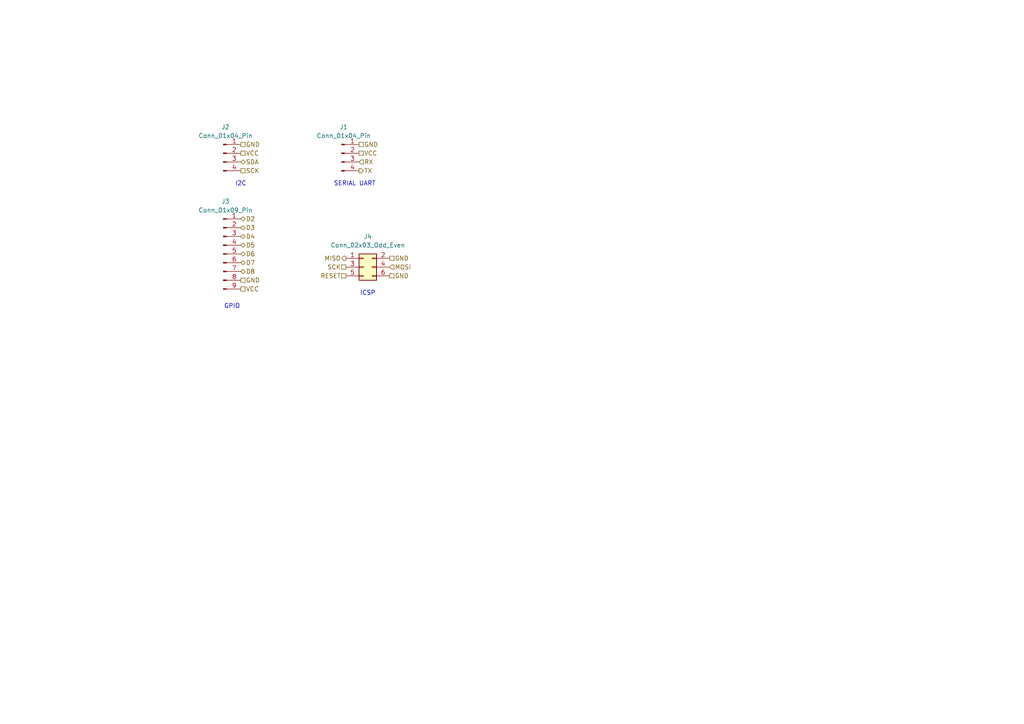
<source format=kicad_sch>
(kicad_sch (version 20231120) (generator "eeschema") (generator_version "8.0")
  (paper "A4")
  (title_block (title "${project_name}") (date "2024-09-24") (company "Nlogoz"))
  (lib_symbols
    (symbol "Connector:Conn_01x04_Pin" (pin_names (offset 1.016) hide)
      (property "Reference" "J" (at 0 5.08 0))
      (property "Value" "Conn_01x04_Pin" (at 0 -7.62 0))
      (symbol "Conn_01x04_Pin_1_1"
        (polyline (pts (xy 1.27 -5.08) (xy 0.8636 -5.08)) (stroke (width 0.1524)))
        (polyline (pts (xy 1.27 -2.54) (xy 0.8636 -2.54)) (stroke (width 0.1524)))
        (polyline (pts (xy 1.27 0) (xy 0.8636 0)) (stroke (width 0.1524)))
        (polyline (pts (xy 1.27 2.54) (xy 0.8636 2.54)) (stroke (width 0.1524)))
        (rectangle (start 0.8636 -4.953) (end 0 -5.207) (stroke (width 0.1524)) (fill (type outline)))
        (rectangle (start 0.8636 -2.413) (end 0 -2.667) (stroke (width 0.1524)) (fill (type outline)))
        (rectangle (start 0.8636 0.127) (end 0 -0.127) (stroke (width 0.1524)) (fill (type outline)))
        (rectangle (start 0.8636 2.667) (end 0 2.413) (stroke (width 0.1524)) (fill (type outline)))
        (pin passive line (at 5.08 2.54 180) (length 3.81) (name "Pin_1") (number "1"))
        (pin passive line (at 5.08 0 180) (length 3.81) (name "Pin_2") (number "2"))
        (pin passive line (at 5.08 -2.54 180) (length 3.81) (name "Pin_3") (number "3"))
        (pin passive line (at 5.08 -5.08 180) (length 3.81) (name "Pin_4") (number "4"))
      )
    )
    (symbol "Connector:Conn_01x09_Pin" (pin_names (offset 1.016) hide)
      (property "Reference" "J" (at 0 12.7 0))
      (property "Value" "Conn_01x09_Pin" (at 0 -12.7 0))
      (symbol "Conn_01x09_Pin_1_1"
        (polyline (pts (xy 1.27 -10.16) (xy 0.8636 -10.16)) (stroke (width 0.1524)))
        (polyline (pts (xy 1.27 -7.62) (xy 0.8636 -7.62)) (stroke (width 0.1524)))
        (polyline (pts (xy 1.27 -5.08) (xy 0.8636 -5.08)) (stroke (width 0.1524)))
        (polyline (pts (xy 1.27 -2.54) (xy 0.8636 -2.54)) (stroke (width 0.1524)))
        (polyline (pts (xy 1.27 0) (xy 0.8636 0)) (stroke (width 0.1524)))
        (polyline (pts (xy 1.27 2.54) (xy 0.8636 2.54)) (stroke (width 0.1524)))
        (polyline (pts (xy 1.27 5.08) (xy 0.8636 5.08)) (stroke (width 0.1524)))
        (polyline (pts (xy 1.27 7.62) (xy 0.8636 7.62)) (stroke (width 0.1524)))
        (polyline (pts (xy 1.27 10.16) (xy 0.8636 10.16)) (stroke (width 0.1524)))
        (rectangle (start 0.8636 -10.033) (end 0 -10.287) (stroke (width 0.1524)) (fill (type outline)))
        (rectangle (start 0.8636 -7.493) (end 0 -7.747) (stroke (width 0.1524)) (fill (type outline)))
        (rectangle (start 0.8636 -4.953) (end 0 -5.207) (stroke (width 0.1524)) (fill (type outline)))
        (rectangle (start 0.8636 -2.413) (end 0 -2.667) (stroke (width 0.1524)) (fill (type outline)))
        (rectangle (start 0.8636 0.127) (end 0 -0.127) (stroke (width 0.1524)) (fill (type outline)))
        (rectangle (start 0.8636 2.667) (end 0 2.413) (stroke (width 0.1524)) (fill (type outline)))
        (rectangle (start 0.8636 5.207) (end 0 4.953) (stroke (width 0.1524)) (fill (type outline)))
        (rectangle (start 0.8636 7.747) (end 0 7.493) (stroke (width 0.1524)) (fill (type outline)))
        (rectangle (start 0.8636 10.287) (end 0 10.033) (stroke (width 0.1524)) (fill (type outline)))
        (pin passive line (at 5.08 10.16 180) (length 3.81) (name "Pin_1") (number "1"))
        (pin passive line (at 5.08 7.62 180) (length 3.81) (name "Pin_2") (number "2"))
        (pin passive line (at 5.08 5.08 180) (length 3.81) (name "Pin_3") (number "3"))
        (pin passive line (at 5.08 2.54 180) (length 3.81) (name "Pin_4") (number "4"))
        (pin passive line (at 5.08 0 180) (length 3.81) (name "Pin_5") (number "5"))
        (pin passive line (at 5.08 -2.54 180) (length 3.81) (name "Pin_6") (number "6"))
        (pin passive line (at 5.08 -5.08 180) (length 3.81) (name "Pin_7") (number "7"))
        (pin passive line (at 5.08 -7.62 180) (length 3.81) (name "Pin_8") (number "8"))
        (pin passive line (at 5.08 -10.16 180) (length 3.81) (name "Pin_9") (number "9"))
      )
    )
    (symbol "Connector_Generic:Conn_02x03_Odd_Even" (pin_names (offset 1.016) hide)
      (property "Reference" "J" (at 1.27 5.08 0))
      (property "Value" "Conn_02x03_Odd_Even" (at 1.27 -5.08 0))
      (symbol "Conn_02x03_Odd_Even_1_1"
        (rectangle (start -1.27 -2.413) (end 0 -2.667) (stroke (width 0.1524)))
        (rectangle (start -1.27 0.127) (end 0 -0.127) (stroke (width 0.1524)))
        (rectangle (start -1.27 2.667) (end 0 2.413) (stroke (width 0.1524)))
        (rectangle (start -1.27 3.81) (end 3.81 -3.81) (stroke (width 0.254)) (fill (type background)))
        (rectangle (start 3.81 -2.413) (end 2.54 -2.667) (stroke (width 0.1524)))
        (rectangle (start 3.81 0.127) (end 2.54 -0.127) (stroke (width 0.1524)))
        (rectangle (start 3.81 2.667) (end 2.54 2.413) (stroke (width 0.1524)))
        (pin passive line (at -5.08 2.54 0) (length 3.81) (name "Pin_1") (number "1"))
        (pin passive line (at 7.62 2.54 180) (length 3.81) (name "Pin_2") (number "2"))
        (pin passive line (at -5.08 0 0) (length 3.81) (name "Pin_3") (number "3"))
        (pin passive line (at 7.62 0 180) (length 3.81) (name "Pin_4") (number "4"))
        (pin passive line (at -5.08 -2.54 0) (length 3.81) (name "Pin_5") (number "5"))
        (pin passive line (at 7.62 -2.54 180) (length 3.81) (name "Pin_6") (number "6"))
      )
    )
  )
  (text "SERIAL UART" (at 102.87 53.34 0) (effects (font (size 1.27 1.27))))
  (text "I2C" (at 69.85 53.34 0) (effects (font (size 1.27 1.27))))
  (text "ICSP\n" (at 106.68 85.09 0) (effects (font (size 1.27 1.27))))
  (text "GPIO" (at 67.31 88.9 0) (effects (font (size 1.27 1.27))))
  (hierarchical_label "VCC" (shape passive) (at 69.85 44.45 0))
  (hierarchical_label "RX" (shape input) (at 104.14 46.99 0))
  (hierarchical_label "D5" (shape bidirectional) (at 69.85 71.12 0))
  (hierarchical_label "D2" (shape bidirectional) (at 69.85 63.5 0))
  (hierarchical_label "VCC" (shape passive) (at 69.85 83.82 0))
  (hierarchical_label "SCK" (shape passive) (at 69.85 49.53 0))
  (hierarchical_label "GND" (shape passive) (at 113.03 80.01 0))
  (hierarchical_label "GND" (shape passive) (at 69.85 41.91 0))
  (hierarchical_label "MISO" (shape output) (at 100.33 74.93 180))
  (hierarchical_label "VCC" (shape passive) (at 104.14 44.45 0))
  (hierarchical_label "SCK" (shape passive) (at 100.33 77.47 180))
  (hierarchical_label "GND" (shape passive) (at 69.85 81.28 0))
  (hierarchical_label "TX" (shape output) (at 104.14 49.53 0))
  (hierarchical_label "GND" (shape passive) (at 113.03 74.93 0))
  (hierarchical_label "D6" (shape bidirectional) (at 69.85 73.66 0))
  (hierarchical_label "RESET" (shape passive) (at 100.33 80.01 180))
  (hierarchical_label "D4" (shape bidirectional) (at 69.85 68.58 0))
  (hierarchical_label "SDA" (shape bidirectional) (at 69.85 46.99 0))
  (hierarchical_label "D7" (shape bidirectional) (at 69.85 76.2 0))
  (hierarchical_label "D3" (shape bidirectional) (at 69.85 66.04 0))
  (hierarchical_label "MOSI" (shape input) (at 113.03 77.47 0))
  (hierarchical_label "GND" (shape passive) (at 104.14 41.91 0))
  (hierarchical_label "D8" (shape bidirectional) (at 69.85 78.74 0))
  (symbol (lib_id "Connector:Conn_01x04_Pin") (at 99.06 44.45 0) (unit 1)
    (property "Reference" "J1" (at 99.695 36.83 0))
    (property "Value" "Conn_01x04_Pin" (at 99.695 39.37 0))
    (property "Footprint" "Connector_PinHeader_2.54mm:PinHeader_1x04_P2.54mm_Vertical" (effects (hide yes)))
    (property "Description" "Generic connector, single row, 01x04, script generated" (effects (hide yes)))
  )
  (symbol (lib_id "Connector:Conn_01x04_Pin") (at 64.77 44.45 0) (unit 1)
    (property "Reference" "J2" (at 65.405 36.83 0))
    (property "Value" "Conn_01x04_Pin" (at 65.405 39.37 0))
    (property "Footprint" "Connector_PinHeader_2.54mm:PinHeader_1x04_P2.54mm_Vertical" (effects (hide yes)))
    (property "Description" "Generic connector, single row, 01x04, script generated" (effects (hide yes)))
  )
  (symbol (lib_id "Connector:Conn_01x09_Pin") (at 64.77 73.66 0) (unit 1)
    (property "Reference" "J3" (at 65.405 58.42 0))
    (property "Value" "Conn_01x09_Pin" (at 65.405 60.96 0))
    (property "Footprint" "Connector_PinHeader_2.54mm:PinHeader_1x09_P2.54mm_Vertical" (effects (hide yes)))
    (property "Description" "Generic connector, single row, 01x09, script generated" (effects (hide yes)))
  )
  (symbol (lib_id "Connector_Generic:Conn_02x03_Odd_Even") (at 105.41 77.47 0) (unit 1)
    (property "Reference" "J4" (at 106.68 68.58 0))
    (property "Value" "Conn_02x03_Odd_Even" (at 106.68 71.12 0))
    (property "Footprint" "Connector_PinHeader_2.54mm:PinHeader_2x03_P2.54mm_Vertical" (effects (hide yes)))
    (property "Description" "Generic connector, double row, 02x03, odd/even pin numbering scheme (row 1 odd numbers, row 2 even numbers), script generated (kicad-library-utils/schlib/autogen/connector/)" (effects (hide yes)))
  )
)
</source>
